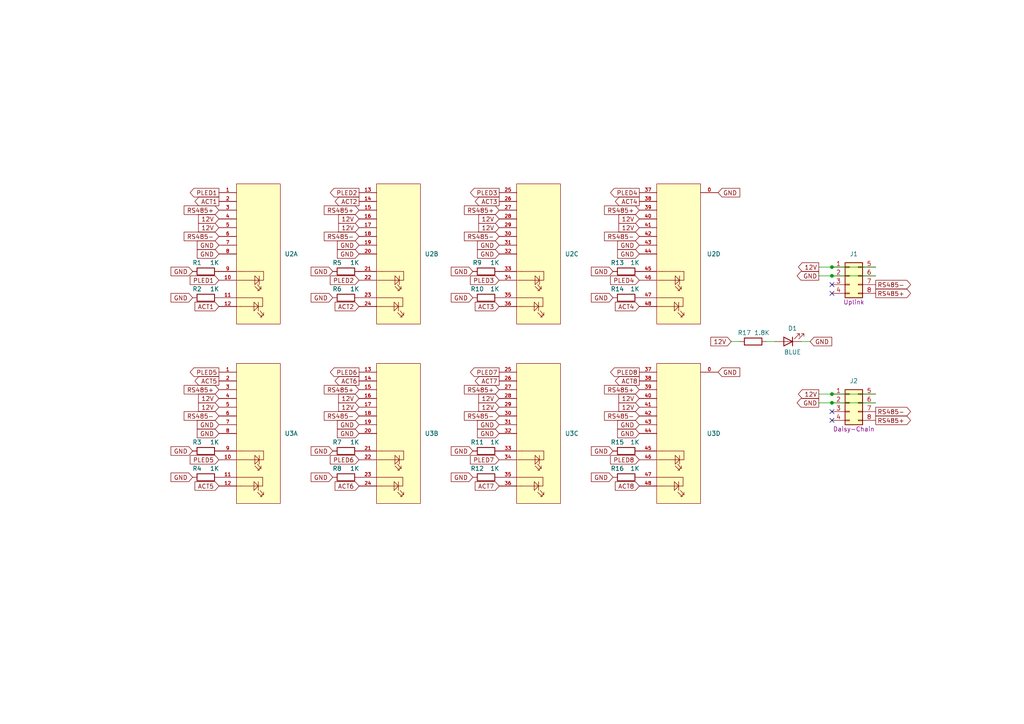
<source format=kicad_sch>
(kicad_sch (version 20211123) (generator eeschema)
  (paper "A4")
  (lib_symbols
    (symbol "A10:RJ45-B-1*4" (pin_names hide)
      (property "Reference" "U" (at -6.35 20.32 0))
      (symbol "RJ45-B-1*4_1_0"
        (rectangle (start -6.35 17.78) (end 6.35 -22.86) (fill (type background)))
        (polyline (pts (xy -6.35 -17.78) (xy -5.08 -17.78)))
        (polyline (pts (xy -6.35 -15.24) (xy -5.08 -15.24)))
        (polyline (pts (xy -6.096 -10.16) (xy -4.826 -10.16)))
        (polyline (pts (xy -6.096 -7.62) (xy -4.826 -7.62)))
        (polyline (pts (xy -5.08 -17.78) (xy 1.27 -17.78)))
        (polyline (pts (xy -4.826 -10.16) (xy 1.524 -10.16)))
        (polyline (pts (xy -1.27 -19.05) (xy 0 -17.78)))
        (polyline (pts (xy -1.27 -16.51) (xy -1.27 -19.05)))
        (polyline (pts (xy -1.016 -11.938) (xy 0.254 -13.208)))
        (polyline (pts (xy -1.016 -11.43) (xy 0.254 -10.16)))
        (polyline (pts (xy -1.016 -8.89) (xy -1.016 -11.43)))
        (polyline (pts (xy -0.254 -19.558) (xy 1.016 -20.828)))
        (polyline (pts (xy -0.254 -11.43) (xy 0.762 -12.7)))
        (polyline (pts (xy 0 -17.78) (xy -1.27 -16.51)))
        (polyline (pts (xy 0 -16.51) (xy 0 -19.05)))
        (polyline (pts (xy 0.254 -13.208) (xy -0.254 -13.208)))
        (polyline (pts (xy 0.254 -13.208) (xy 0.254 -12.7)))
        (polyline (pts (xy 0.254 -10.16) (xy -1.016 -8.89)))
        (polyline (pts (xy 0.254 -8.89) (xy 0.254 -11.43)))
        (polyline (pts (xy 0.508 -19.05) (xy 1.524 -20.32)))
        (polyline (pts (xy 0.762 -12.7) (xy 0.254 -12.7)))
        (polyline (pts (xy 0.762 -12.7) (xy 0.762 -11.938)))
        (polyline (pts (xy 1.016 -20.828) (xy 0.508 -20.828)))
        (polyline (pts (xy 1.016 -20.828) (xy 1.016 -20.32)))
        (polyline (pts (xy 1.27 -17.78) (xy 1.27 -15.24)))
        (polyline (pts (xy 1.27 -15.24) (xy -5.08 -15.24)))
        (polyline (pts (xy 1.524 -20.32) (xy 1.016 -20.32)))
        (polyline (pts (xy 1.524 -20.32) (xy 1.524 -19.558)))
        (polyline (pts (xy 1.524 -10.16) (xy 1.524 -7.62)))
        (polyline (pts (xy 1.524 -7.62) (xy -4.826 -7.62)))
        (pin bidirectional line (at -11.43 15.24 0) (length 5.08) (name "1") (number "1"))
        (pin power_in line (at -11.43 -10.16 0) (length 5.08) (name "10") (number "10"))
        (pin power_in line (at -11.43 -15.24 0) (length 5.08) (name "11") (number "11"))
        (pin power_in line (at -11.43 -17.78 0) (length 5.08) (name "12") (number "12"))
        (pin bidirectional line (at -11.43 12.7 0) (length 5.08) (name "2") (number "2"))
        (pin bidirectional line (at -11.43 10.16 0) (length 5.08) (name "3") (number "3"))
        (pin bidirectional line (at -11.43 7.62 0) (length 5.08) (name "4") (number "4"))
        (pin bidirectional line (at -11.43 5.08 0) (length 5.08) (name "5") (number "5"))
        (pin bidirectional line (at -11.43 2.54 0) (length 5.08) (name "6") (number "6"))
        (pin bidirectional line (at -11.43 0 0) (length 5.08) (name "7") (number "7"))
        (pin bidirectional line (at -11.43 -2.54 0) (length 5.08) (name "8") (number "8"))
        (pin power_in line (at -11.43 -7.62 0) (length 5.08) (name "9") (number "9"))
      )
      (symbol "RJ45-B-1*4_2_0"
        (rectangle (start -6.35 17.78) (end 6.35 -22.86) (fill (type background)))
        (polyline (pts (xy -6.35 -17.78) (xy -5.08 -17.78)))
        (polyline (pts (xy -6.35 -15.24) (xy -5.08 -15.24)))
        (polyline (pts (xy -6.096 -10.16) (xy -4.826 -10.16)))
        (polyline (pts (xy -6.096 -7.62) (xy -4.826 -7.62)))
        (polyline (pts (xy -5.08 -17.78) (xy 1.27 -17.78)))
        (polyline (pts (xy -4.826 -10.16) (xy 1.524 -10.16)))
        (polyline (pts (xy -1.27 -19.05) (xy 0 -17.78)))
        (polyline (pts (xy -1.27 -16.51) (xy -1.27 -19.05)))
        (polyline (pts (xy -1.016 -11.938) (xy 0.254 -13.208)))
        (polyline (pts (xy -1.016 -11.43) (xy 0.254 -10.16)))
        (polyline (pts (xy -1.016 -8.89) (xy -1.016 -11.43)))
        (polyline (pts (xy -0.254 -19.558) (xy 1.016 -20.828)))
        (polyline (pts (xy -0.254 -11.43) (xy 0.762 -12.7)))
        (polyline (pts (xy 0 -17.78) (xy -1.27 -16.51)))
        (polyline (pts (xy 0 -16.51) (xy 0 -19.05)))
        (polyline (pts (xy 0.254 -13.208) (xy -0.254 -13.208)))
        (polyline (pts (xy 0.254 -13.208) (xy 0.254 -12.7)))
        (polyline (pts (xy 0.254 -10.16) (xy -1.016 -8.89)))
        (polyline (pts (xy 0.254 -8.89) (xy 0.254 -11.43)))
        (polyline (pts (xy 0.508 -19.05) (xy 1.524 -20.32)))
        (polyline (pts (xy 0.762 -12.7) (xy 0.254 -12.7)))
        (polyline (pts (xy 0.762 -12.7) (xy 0.762 -11.938)))
        (polyline (pts (xy 1.016 -20.828) (xy 0.508 -20.828)))
        (polyline (pts (xy 1.016 -20.828) (xy 1.016 -20.32)))
        (polyline (pts (xy 1.27 -17.78) (xy 1.27 -15.24)))
        (polyline (pts (xy 1.27 -15.24) (xy -5.08 -15.24)))
        (polyline (pts (xy 1.524 -20.32) (xy 1.016 -20.32)))
        (polyline (pts (xy 1.524 -20.32) (xy 1.524 -19.558)))
        (polyline (pts (xy 1.524 -10.16) (xy 1.524 -7.62)))
        (polyline (pts (xy 1.524 -7.62) (xy -4.826 -7.62)))
        (pin bidirectional line (at -11.43 15.24 0) (length 5.08) (name "13") (number "13"))
        (pin bidirectional line (at -11.43 12.7 0) (length 5.08) (name "14") (number "14"))
        (pin bidirectional line (at -11.43 10.16 0) (length 5.08) (name "15") (number "15"))
        (pin bidirectional line (at -11.43 7.62 0) (length 5.08) (name "16") (number "16"))
        (pin bidirectional line (at -11.43 5.08 0) (length 5.08) (name "17") (number "17"))
        (pin bidirectional line (at -11.43 2.54 0) (length 5.08) (name "18") (number "18"))
        (pin bidirectional line (at -11.43 0 0) (length 5.08) (name "19") (number "19"))
        (pin bidirectional line (at -11.43 -2.54 0) (length 5.08) (name "20") (number "20"))
        (pin power_in line (at -11.43 -7.62 0) (length 5.08) (name "21") (number "21"))
        (pin power_in line (at -11.43 -10.16 0) (length 5.08) (name "22") (number "22"))
        (pin power_in line (at -11.43 -15.24 0) (length 5.08) (name "23") (number "23"))
        (pin power_in line (at -11.43 -17.78 0) (length 5.08) (name "24") (number "24"))
      )
      (symbol "RJ45-B-1*4_3_0"
        (rectangle (start -6.35 17.78) (end 6.35 -22.86) (fill (type background)))
        (polyline (pts (xy -6.35 -17.78) (xy -5.08 -17.78)))
        (polyline (pts (xy -6.35 -15.24) (xy -5.08 -15.24)))
        (polyline (pts (xy -6.096 -10.16) (xy -4.826 -10.16)))
        (polyline (pts (xy -6.096 -7.62) (xy -4.826 -7.62)))
        (polyline (pts (xy -5.08 -17.78) (xy 1.27 -17.78)))
        (polyline (pts (xy -4.826 -10.16) (xy 1.524 -10.16)))
        (polyline (pts (xy -1.27 -19.05) (xy 0 -17.78)))
        (polyline (pts (xy -1.27 -16.51) (xy -1.27 -19.05)))
        (polyline (pts (xy -1.016 -11.938) (xy 0.254 -13.208)))
        (polyline (pts (xy -1.016 -11.43) (xy 0.254 -10.16)))
        (polyline (pts (xy -1.016 -8.89) (xy -1.016 -11.43)))
        (polyline (pts (xy -0.254 -19.558) (xy 1.016 -20.828)))
        (polyline (pts (xy -0.254 -11.43) (xy 0.762 -12.7)))
        (polyline (pts (xy 0 -17.78) (xy -1.27 -16.51)))
        (polyline (pts (xy 0 -16.51) (xy 0 -19.05)))
        (polyline (pts (xy 0.254 -13.208) (xy -0.254 -13.208)))
        (polyline (pts (xy 0.254 -13.208) (xy 0.254 -12.7)))
        (polyline (pts (xy 0.254 -10.16) (xy -1.016 -8.89)))
        (polyline (pts (xy 0.254 -8.89) (xy 0.254 -11.43)))
        (polyline (pts (xy 0.508 -19.05) (xy 1.524 -20.32)))
        (polyline (pts (xy 0.762 -12.7) (xy 0.254 -12.7)))
        (polyline (pts (xy 0.762 -12.7) (xy 0.762 -11.938)))
        (polyline (pts (xy 1.016 -20.828) (xy 0.508 -20.828)))
        (polyline (pts (xy 1.016 -20.828) (xy 1.016 -20.32)))
        (polyline (pts (xy 1.27 -17.78) (xy 1.27 -15.24)))
        (polyline (pts (xy 1.27 -15.24) (xy -5.08 -15.24)))
        (polyline (pts (xy 1.524 -20.32) (xy 1.016 -20.32)))
        (polyline (pts (xy 1.524 -20.32) (xy 1.524 -19.558)))
        (polyline (pts (xy 1.524 -10.16) (xy 1.524 -7.62)))
        (polyline (pts (xy 1.524 -7.62) (xy -4.826 -7.62)))
        (pin bidirectional line (at -11.43 15.24 0) (length 5.08) (name "25") (number "25"))
        (pin bidirectional line (at -11.43 12.7 0) (length 5.08) (name "26") (number "26"))
        (pin bidirectional line (at -11.43 10.16 0) (length 5.08) (name "27") (number "27"))
        (pin bidirectional line (at -11.43 7.62 0) (length 5.08) (name "28") (number "28"))
        (pin bidirectional line (at -11.43 5.08 0) (length 5.08) (name "29") (number "29"))
        (pin bidirectional line (at -11.43 2.54 0) (length 5.08) (name "30") (number "30"))
        (pin bidirectional line (at -11.43 0 0) (length 5.08) (name "31") (number "31"))
        (pin bidirectional line (at -11.43 -2.54 0) (length 5.08) (name "32") (number "32"))
        (pin power_in line (at -11.43 -7.62 0) (length 5.08) (name "33") (number "33"))
        (pin power_in line (at -11.43 -10.16 0) (length 5.08) (name "34") (number "34"))
        (pin power_in line (at -11.43 -15.24 0) (length 5.08) (name "35") (number "35"))
        (pin power_in line (at -11.43 -17.78 0) (length 5.08) (name "36") (number "36"))
      )
      (symbol "RJ45-B-1*4_4_0"
        (rectangle (start -6.35 17.78) (end 6.35 -22.86) (fill (type background)))
        (polyline (pts (xy -6.35 -17.78) (xy -5.08 -17.78)))
        (polyline (pts (xy -6.35 -15.24) (xy -5.08 -15.24)))
        (polyline (pts (xy -6.096 -10.16) (xy -4.826 -10.16)))
        (polyline (pts (xy -6.096 -7.62) (xy -4.826 -7.62)))
        (polyline (pts (xy -5.08 -17.78) (xy 1.27 -17.78)))
        (polyline (pts (xy -4.826 -10.16) (xy 1.524 -10.16)))
        (polyline (pts (xy -1.27 -19.05) (xy 0 -17.78)))
        (polyline (pts (xy -1.27 -16.51) (xy -1.27 -19.05)))
        (polyline (pts (xy -1.016 -11.938) (xy 0.254 -13.208)))
        (polyline (pts (xy -1.016 -11.43) (xy 0.254 -10.16)))
        (polyline (pts (xy -1.016 -8.89) (xy -1.016 -11.43)))
        (polyline (pts (xy -0.254 -19.558) (xy 1.016 -20.828)))
        (polyline (pts (xy -0.254 -11.43) (xy 0.762 -12.7)))
        (polyline (pts (xy 0 -17.78) (xy -1.27 -16.51)))
        (polyline (pts (xy 0 -16.51) (xy 0 -19.05)))
        (polyline (pts (xy 0.254 -13.208) (xy -0.254 -13.208)))
        (polyline (pts (xy 0.254 -13.208) (xy 0.254 -12.7)))
        (polyline (pts (xy 0.254 -10.16) (xy -1.016 -8.89)))
        (polyline (pts (xy 0.254 -8.89) (xy 0.254 -11.43)))
        (polyline (pts (xy 0.508 -19.05) (xy 1.524 -20.32)))
        (polyline (pts (xy 0.762 -12.7) (xy 0.254 -12.7)))
        (polyline (pts (xy 0.762 -12.7) (xy 0.762 -11.938)))
        (polyline (pts (xy 1.016 -20.828) (xy 0.508 -20.828)))
        (polyline (pts (xy 1.016 -20.828) (xy 1.016 -20.32)))
        (polyline (pts (xy 1.27 -17.78) (xy 1.27 -15.24)))
        (polyline (pts (xy 1.27 -15.24) (xy -5.08 -15.24)))
        (polyline (pts (xy 1.524 -20.32) (xy 1.016 -20.32)))
        (polyline (pts (xy 1.524 -20.32) (xy 1.524 -19.558)))
        (polyline (pts (xy 1.524 -10.16) (xy 1.524 -7.62)))
        (polyline (pts (xy 1.524 -7.62) (xy -4.826 -7.62)))
        (pin passive line (at 11.43 15.24 180) (length 5.08) (name "0") (number "0"))
        (pin bidirectional line (at -11.43 15.24 0) (length 5.08) (name "37") (number "37"))
        (pin bidirectional line (at -11.43 12.7 0) (length 5.08) (name "38") (number "38"))
        (pin bidirectional line (at -11.43 10.16 0) (length 5.08) (name "39") (number "39"))
        (pin bidirectional line (at -11.43 7.62 0) (length 5.08) (name "40") (number "40"))
        (pin bidirectional line (at -11.43 5.08 0) (length 5.08) (name "41") (number "41"))
        (pin bidirectional line (at -11.43 2.54 0) (length 5.08) (name "42") (number "42"))
        (pin bidirectional line (at -11.43 0 0) (length 5.08) (name "43") (number "43"))
        (pin bidirectional line (at -11.43 -2.54 0) (length 5.08) (name "44") (number "44"))
        (pin power_in line (at -11.43 -7.62 0) (length 5.08) (name "45") (number "45"))
        (pin power_in line (at -11.43 -10.16 0) (length 5.08) (name "46") (number "46"))
        (pin power_in line (at -11.43 -15.24 0) (length 5.08) (name "47") (number "47"))
        (pin power_in line (at -11.43 -17.78 0) (length 5.08) (name "48") (number "48"))
      )
    )
    (symbol "Connector_Generic:Conn_02x04_Top_Bottom" (pin_names (offset 1.016) hide)
      (property "Reference" "J" (at 1.27 5.08 0))
      (property "Value" "Conn_02x04_Top_Bottom" (at 1.27 -7.62 0))
      (symbol "Conn_02x04_Top_Bottom_1_1"
        (rectangle (start -1.27 -4.953) (end 0 -5.207) (stroke (width 0.1524)))
        (rectangle (start -1.27 -2.413) (end 0 -2.667) (stroke (width 0.1524)))
        (rectangle (start -1.27 0.127) (end 0 -0.127) (stroke (width 0.1524)))
        (rectangle (start -1.27 2.667) (end 0 2.413) (stroke (width 0.1524)))
        (rectangle (start -1.27 3.81) (end 3.81 -6.35) (stroke (width 0.254)) (fill (type background)))
        (rectangle (start 3.81 -4.953) (end 2.54 -5.207) (stroke (width 0.1524)))
        (rectangle (start 3.81 -2.413) (end 2.54 -2.667) (stroke (width 0.1524)))
        (rectangle (start 3.81 0.127) (end 2.54 -0.127) (stroke (width 0.1524)))
        (rectangle (start 3.81 2.667) (end 2.54 2.413) (stroke (width 0.1524)))
        (pin passive line (at -5.08 2.54 0) (length 3.81) (name "Pin_1") (number "1"))
        (pin passive line (at -5.08 0 0) (length 3.81) (name "Pin_2") (number "2"))
        (pin passive line (at -5.08 -2.54 0) (length 3.81) (name "Pin_3") (number "3"))
        (pin passive line (at -5.08 -5.08 0) (length 3.81) (name "Pin_4") (number "4"))
        (pin passive line (at 7.62 2.54 180) (length 3.81) (name "Pin_5") (number "5"))
        (pin passive line (at 7.62 0 180) (length 3.81) (name "Pin_6") (number "6"))
        (pin passive line (at 7.62 -2.54 180) (length 3.81) (name "Pin_7") (number "7"))
        (pin passive line (at 7.62 -5.08 180) (length 3.81) (name "Pin_8") (number "8"))
      )
    )
    (symbol "Device:LED" (pin_numbers hide) (pin_names (offset 1.016) hide)
      (property "Reference" "D" (at 0 2.54 0))
      (property "Value" "LED" (at 0 -2.54 0))
      (symbol "LED_0_1"
        (polyline (pts (xy -1.27 -1.27) (xy -1.27 1.27)) (stroke (width 0.254)))
        (polyline (pts (xy -1.27 0) (xy 1.27 0)))
        (polyline (pts (xy 1.27 -1.27) (xy 1.27 1.27) (xy -1.27 0) (xy 1.27 -1.27)) (stroke (width 0.254)))
        (polyline (pts (xy -3.048 -0.762) (xy -4.572 -2.286) (xy -3.81 -2.286) (xy -4.572 -2.286) (xy -4.572 -1.524)))
        (polyline (pts (xy -1.778 -0.762) (xy -3.302 -2.286) (xy -2.54 -2.286) (xy -3.302 -2.286) (xy -3.302 -1.524)))
      )
      (symbol "LED_1_1"
        (pin passive line (at -3.81 0 0) (length 2.54) (name "K") (number "1"))
        (pin passive line (at 3.81 0 180) (length 2.54) (name "A") (number "2"))
      )
    )
    (symbol "Device:R" (pin_numbers hide) (pin_names (offset 0))
      (property "Reference" "R" (at 2.032 0 90))
      (property "Value" "R" (at 0 0 90))
      (symbol "R_0_1"
        (rectangle (start -1.016 -2.54) (end 1.016 2.54) (stroke (width 0.254)))
      )
      (symbol "R_1_1"
        (pin passive line (at 0 3.81 270) (length 1.27) (name "~") (number "1"))
        (pin passive line (at 0 -3.81 90) (length 1.27) (name "~") (number "2"))
      )
    )
  )
  (junction (at 241.3 77.47))
  (junction (at 241.3 114.3))
  (junction (at 241.3 80.01))
  (junction (at 241.3 116.84))
  (no_connect (at 241.3 119.38))
  (no_connect (at 241.3 82.55))
  (no_connect (at 241.3 121.92))
  (no_connect (at 241.3 85.09))
  (wire (pts (xy 241.3 77.47) (xy 254 77.47)))
  (wire (pts (xy 237.49 77.47) (xy 241.3 77.47)))
  (wire (pts (xy 237.49 114.3) (xy 241.3 114.3)))
  (wire (pts (xy 212.09 99.06) (xy 214.63 99.06)))
  (wire (pts (xy 232.41 99.06) (xy 234.95 99.06)))
  (wire (pts (xy 222.25 99.06) (xy 224.79 99.06)))
  (wire (pts (xy 241.3 116.84) (xy 254 116.84)))
  (wire (pts (xy 241.3 80.01) (xy 254 80.01)))
  (wire (pts (xy 241.3 114.3) (xy 254 114.3)))
  (wire (pts (xy 237.49 116.84) (xy 241.3 116.84)))
  (wire (pts (xy 237.49 80.01) (xy 241.3 80.01)))
  (global_label "RS485+" (shape input) (at 104.14 113.03 180) (property "Intersheet References" "${INTERSHEET_REFS}" (effects hide)))
  (global_label "12V" (shape input) (at 185.42 118.11 180) (property "Intersheet References" "${INTERSHEET_REFS}" (effects hide)))
  (global_label "12V" (shape input) (at 104.14 118.11 180) (property "Intersheet References" "${INTERSHEET_REFS}" (effects hide)))
  (global_label "GND" (shape input) (at 137.16 78.74 180) (property "Intersheet References" "${INTERSHEET_REFS}" (effects hide)))
  (global_label "12V" (shape input) (at 63.5 63.5 180) (property "Intersheet References" "${INTERSHEET_REFS}" (effects hide)))
  (global_label "RS485+" (shape output) (at 254 85.09 0) (property "Intersheet References" "${INTERSHEET_REFS}" (effects hide)))
  (global_label "12V" (shape input) (at 185.42 115.57 180) (property "Intersheet References" "${INTERSHEET_REFS}" (effects hide)))
  (global_label "GND" (shape input) (at 185.42 125.73 180) (property "Intersheet References" "${INTERSHEET_REFS}" (effects hide)))
  (global_label "ACT7" (shape input) (at 144.78 140.97 180) (property "Intersheet References" "${INTERSHEET_REFS}" (effects hide)))
  (global_label "12V" (shape input) (at 144.78 115.57 180) (property "Intersheet References" "${INTERSHEET_REFS}" (effects hide)))
  (global_label "RS485-" (shape input) (at 144.78 120.65 180) (property "Intersheet References" "${INTERSHEET_REFS}" (effects hide)))
  (global_label "12V" (shape input) (at 185.42 63.5 180) (property "Intersheet References" "${INTERSHEET_REFS}" (effects hide)))
  (global_label "GND" (shape output) (at 237.49 116.84 180) (property "Intersheet References" "${INTERSHEET_REFS}" (effects hide)))
  (global_label "12V" (shape input) (at 63.5 66.04 180) (property "Intersheet References" "${INTERSHEET_REFS}" (effects hide)))
  (global_label "PLED1" (shape output) (at 63.5 55.88 180) (property "Intersheet References" "${INTERSHEET_REFS}" (effects hide)))
  (global_label "GND" (shape input) (at 63.5 71.12 180) (property "Intersheet References" "${INTERSHEET_REFS}" (effects hide)))
  (global_label "RS485-" (shape input) (at 185.42 120.65 180) (property "Intersheet References" "${INTERSHEET_REFS}" (effects hide)))
  (global_label "PLED7" (shape input) (at 144.78 133.35 180) (property "Intersheet References" "${INTERSHEET_REFS}" (effects hide)))
  (global_label "ACT1" (shape output) (at 63.5 58.42 180) (property "Intersheet References" "${INTERSHEET_REFS}" (effects hide)))
  (global_label "12V" (shape input) (at 104.14 115.57 180) (property "Intersheet References" "${INTERSHEET_REFS}" (effects hide)))
  (global_label "GND" (shape input) (at 144.78 123.19 180) (property "Intersheet References" "${INTERSHEET_REFS}" (effects hide)))
  (global_label "GND" (shape input) (at 144.78 73.66 180) (property "Intersheet References" "${INTERSHEET_REFS}" (effects hide)))
  (global_label "GND" (shape input) (at 177.8 130.81 180) (property "Intersheet References" "${INTERSHEET_REFS}" (effects hide)))
  (global_label "RS485-" (shape input) (at 63.5 120.65 180) (property "Intersheet References" "${INTERSHEET_REFS}" (effects hide)))
  (global_label "GND" (shape input) (at 137.16 138.43 180) (property "Intersheet References" "${INTERSHEET_REFS}" (effects hide)))
  (global_label "GND" (shape input) (at 55.88 78.74 180) (property "Intersheet References" "${INTERSHEET_REFS}" (effects hide)))
  (global_label "GND" (shape input) (at 55.88 138.43 180) (property "Intersheet References" "${INTERSHEET_REFS}" (effects hide)))
  (global_label "GND" (shape input) (at 177.8 78.74 180) (property "Intersheet References" "${INTERSHEET_REFS}" (effects hide)))
  (global_label "PLED7" (shape output) (at 144.78 107.95 180) (property "Intersheet References" "${INTERSHEET_REFS}" (effects hide)))
  (global_label "GND" (shape input) (at 96.52 78.74 180) (property "Intersheet References" "${INTERSHEET_REFS}" (effects hide)))
  (global_label "RS485+" (shape input) (at 144.78 60.96 180) (property "Intersheet References" "${INTERSHEET_REFS}" (effects hide)))
  (global_label "GND" (shape input) (at 63.5 123.19 180) (property "Intersheet References" "${INTERSHEET_REFS}" (effects hide)))
  (global_label "ACT3" (shape input) (at 144.78 88.9 180) (property "Intersheet References" "${INTERSHEET_REFS}" (effects hide)))
  (global_label "ACT3" (shape output) (at 144.78 58.42 180) (property "Intersheet References" "${INTERSHEET_REFS}" (effects hide)))
  (global_label "ACT7" (shape output) (at 144.78 110.49 180) (property "Intersheet References" "${INTERSHEET_REFS}" (effects hide)))
  (global_label "ACT2" (shape output) (at 104.14 58.42 180) (property "Intersheet References" "${INTERSHEET_REFS}" (effects hide)))
  (global_label "GND" (shape input) (at 55.88 86.36 180) (property "Intersheet References" "${INTERSHEET_REFS}" (effects hide)))
  (global_label "GND" (shape input) (at 63.5 73.66 180) (property "Intersheet References" "${INTERSHEET_REFS}" (effects hide)))
  (global_label "ACT8" (shape output) (at 185.42 110.49 180) (property "Intersheet References" "${INTERSHEET_REFS}" (effects hide)))
  (global_label "PLED8" (shape output) (at 185.42 107.95 180) (property "Intersheet References" "${INTERSHEET_REFS}" (effects hide)))
  (global_label "GND" (shape input) (at 208.28 107.95 0) (property "Intersheet References" "${INTERSHEET_REFS}" (effects hide)))
  (global_label "12V" (shape output) (at 237.49 114.3 180) (property "Intersheet References" "${INTERSHEET_REFS}" (effects hide)))
  (global_label "ACT6" (shape input) (at 104.14 140.97 180) (property "Intersheet References" "${INTERSHEET_REFS}" (effects hide)))
  (global_label "12V" (shape input) (at 144.78 63.5 180) (property "Intersheet References" "${INTERSHEET_REFS}" (effects hide)))
  (global_label "GND" (shape input) (at 137.16 86.36 180) (property "Intersheet References" "${INTERSHEET_REFS}" (effects hide)))
  (global_label "RS485+" (shape input) (at 63.5 113.03 180) (property "Intersheet References" "${INTERSHEET_REFS}" (effects hide)))
  (global_label "GND" (shape input) (at 96.52 86.36 180) (property "Intersheet References" "${INTERSHEET_REFS}" (effects hide)))
  (global_label "ACT5" (shape input) (at 63.5 140.97 180) (property "Intersheet References" "${INTERSHEET_REFS}" (effects hide)))
  (global_label "PLED6" (shape input) (at 104.14 133.35 180) (property "Intersheet References" "${INTERSHEET_REFS}" (effects hide)))
  (global_label "PLED1" (shape input) (at 63.5 81.28 180) (property "Intersheet References" "${INTERSHEET_REFS}" (effects hide)))
  (global_label "GND" (shape input) (at 208.28 55.88 0) (property "Intersheet References" "${INTERSHEET_REFS}" (effects hide)))
  (global_label "12V" (shape input) (at 104.14 66.04 180) (property "Intersheet References" "${INTERSHEET_REFS}" (effects hide)))
  (global_label "PLED3" (shape input) (at 144.78 81.28 180) (property "Intersheet References" "${INTERSHEET_REFS}" (effects hide)))
  (global_label "RS485+" (shape input) (at 104.14 60.96 180) (property "Intersheet References" "${INTERSHEET_REFS}" (effects hide)))
  (global_label "ACT5" (shape output) (at 63.5 110.49 180) (property "Intersheet References" "${INTERSHEET_REFS}" (effects hide)))
  (global_label "PLED5" (shape input) (at 63.5 133.35 180) (property "Intersheet References" "${INTERSHEET_REFS}" (effects hide)))
  (global_label "RS485-" (shape output) (at 254 119.38 0) (property "Intersheet References" "${INTERSHEET_REFS}" (effects hide)))
  (global_label "PLED3" (shape output) (at 144.78 55.88 180) (property "Intersheet References" "${INTERSHEET_REFS}" (effects hide)))
  (global_label "GND" (shape input) (at 177.8 86.36 180) (property "Intersheet References" "${INTERSHEET_REFS}" (effects hide)))
  (global_label "GND" (shape input) (at 144.78 125.73 180) (property "Intersheet References" "${INTERSHEET_REFS}" (effects hide)))
  (global_label "RS485-" (shape input) (at 185.42 68.58 180) (property "Intersheet References" "${INTERSHEET_REFS}" (effects hide)))
  (global_label "RS485+" (shape input) (at 185.42 60.96 180) (property "Intersheet References" "${INTERSHEET_REFS}" (effects hide)))
  (global_label "GND" (shape input) (at 185.42 123.19 180) (property "Intersheet References" "${INTERSHEET_REFS}" (effects hide)))
  (global_label "PLED2" (shape input) (at 104.14 81.28 180) (property "Intersheet References" "${INTERSHEET_REFS}" (effects hide)))
  (global_label "GND" (shape input) (at 96.52 130.81 180) (property "Intersheet References" "${INTERSHEET_REFS}" (effects hide)))
  (global_label "12V" (shape input) (at 63.5 115.57 180) (property "Intersheet References" "${INTERSHEET_REFS}" (effects hide)))
  (global_label "GND" (shape input) (at 234.95 99.06 0) (property "Intersheet References" "${INTERSHEET_REFS}" (effects hide)))
  (global_label "ACT4" (shape output) (at 185.42 58.42 180) (property "Intersheet References" "${INTERSHEET_REFS}" (effects hide)))
  (global_label "ACT4" (shape input) (at 185.42 88.9 180) (property "Intersheet References" "${INTERSHEET_REFS}" (effects hide)))
  (global_label "PLED2" (shape output) (at 104.14 55.88 180) (property "Intersheet References" "${INTERSHEET_REFS}" (effects hide)))
  (global_label "12V" (shape output) (at 237.49 77.47 180) (property "Intersheet References" "${INTERSHEET_REFS}" (effects hide)))
  (global_label "12V" (shape input) (at 144.78 66.04 180) (property "Intersheet References" "${INTERSHEET_REFS}" (effects hide)))
  (global_label "PLED4" (shape input) (at 185.42 81.28 180) (property "Intersheet References" "${INTERSHEET_REFS}" (effects hide)))
  (global_label "GND" (shape input) (at 177.8 138.43 180) (property "Intersheet References" "${INTERSHEET_REFS}" (effects hide)))
  (global_label "GND" (shape input) (at 55.88 130.81 180) (property "Intersheet References" "${INTERSHEET_REFS}" (effects hide)))
  (global_label "ACT2" (shape input) (at 104.14 88.9 180) (property "Intersheet References" "${INTERSHEET_REFS}" (effects hide)))
  (global_label "PLED4" (shape output) (at 185.42 55.88 180) (property "Intersheet References" "${INTERSHEET_REFS}" (effects hide)))
  (global_label "RS485+" (shape output) (at 254 121.92 0) (property "Intersheet References" "${INTERSHEET_REFS}" (effects hide)))
  (global_label "GND" (shape input) (at 104.14 123.19 180) (property "Intersheet References" "${INTERSHEET_REFS}" (effects hide)))
  (global_label "RS485-" (shape output) (at 254 82.55 0) (property "Intersheet References" "${INTERSHEET_REFS}" (effects hide)))
  (global_label "GND" (shape input) (at 104.14 71.12 180) (property "Intersheet References" "${INTERSHEET_REFS}" (effects hide)))
  (global_label "ACT8" (shape input) (at 185.42 140.97 180) (property "Intersheet References" "${INTERSHEET_REFS}" (effects hide)))
  (global_label "PLED8" (shape input) (at 185.42 133.35 180) (property "Intersheet References" "${INTERSHEET_REFS}" (effects hide)))
  (global_label "12V" (shape input) (at 185.42 66.04 180) (property "Intersheet References" "${INTERSHEET_REFS}" (effects hide)))
  (global_label "GND" (shape input) (at 104.14 73.66 180) (property "Intersheet References" "${INTERSHEET_REFS}" (effects hide)))
  (global_label "RS485-" (shape input) (at 144.78 68.58 180) (property "Intersheet References" "${INTERSHEET_REFS}" (effects hide)))
  (global_label "RS485+" (shape input) (at 144.78 113.03 180) (property "Intersheet References" "${INTERSHEET_REFS}" (effects hide)))
  (global_label "12V" (shape input) (at 144.78 118.11 180) (property "Intersheet References" "${INTERSHEET_REFS}" (effects hide)))
  (global_label "PLED5" (shape output) (at 63.5 107.95 180) (property "Intersheet References" "${INTERSHEET_REFS}" (effects hide)))
  (global_label "GND" (shape input) (at 63.5 125.73 180) (property "Intersheet References" "${INTERSHEET_REFS}" (effects hide)))
  (global_label "ACT1" (shape input) (at 63.5 88.9 180) (property "Intersheet References" "${INTERSHEET_REFS}" (effects hide)))
  (global_label "12V" (shape input) (at 104.14 63.5 180) (property "Intersheet References" "${INTERSHEET_REFS}" (effects hide)))
  (global_label "PLED6" (shape output) (at 104.14 107.95 180) (property "Intersheet References" "${INTERSHEET_REFS}" (effects hide)))
  (global_label "GND" (shape output) (at 237.49 80.01 180) (property "Intersheet References" "${INTERSHEET_REFS}" (effects hide)))
  (global_label "12V" (shape input) (at 63.5 118.11 180) (property "Intersheet References" "${INTERSHEET_REFS}" (effects hide)))
  (global_label "GND" (shape input) (at 185.42 73.66 180) (property "Intersheet References" "${INTERSHEET_REFS}" (effects hide)))
  (global_label "RS485+" (shape input) (at 185.42 113.03 180) (property "Intersheet References" "${INTERSHEET_REFS}" (effects hide)))
  (global_label "GND" (shape input) (at 137.16 130.81 180) (property "Intersheet References" "${INTERSHEET_REFS}" (effects hide)))
  (global_label "GND" (shape input) (at 104.14 125.73 180) (property "Intersheet References" "${INTERSHEET_REFS}" (effects hide)))
  (global_label "GND" (shape input) (at 144.78 71.12 180) (property "Intersheet References" "${INTERSHEET_REFS}" (effects hide)))
  (global_label "RS485-" (shape input) (at 104.14 120.65 180) (property "Intersheet References" "${INTERSHEET_REFS}" (effects hide)))
  (global_label "RS485-" (shape input) (at 104.14 68.58 180) (property "Intersheet References" "${INTERSHEET_REFS}" (effects hide)))
  (global_label "GND" (shape input) (at 96.52 138.43 180) (property "Intersheet References" "${INTERSHEET_REFS}" (effects hide)))
  (global_label "GND" (shape input) (at 185.42 71.12 180) (property "Intersheet References" "${INTERSHEET_REFS}" (effects hide)))
  (global_label "RS485-" (shape input) (at 63.5 68.58 180) (property "Intersheet References" "${INTERSHEET_REFS}" (effects hide)))
  (global_label "ACT6" (shape output) (at 104.14 110.49 180) (property "Intersheet References" "${INTERSHEET_REFS}" (effects hide)))
  (global_label "RS485+" (shape input) (at 63.5 60.96 180) (property "Intersheet References" "${INTERSHEET_REFS}" (effects hide)))
  (global_label "12V" (shape input) (at 212.09 99.06 180) (property "Intersheet References" "${INTERSHEET_REFS}" (effects hide)))
  (symbol (lib_id "Device:R") (at 181.61 86.36 90) (unit 1)
    (property "Reference" "R14" (at 179.07 83.82 90))
    (property "Value" "1K" (at 184.15 83.82 90))
    (property "Footprint" "A10 KiCad Libraries:R0805" (effects hide))
    (property "LCSC" "C17513" (effects hide))
  )
  (symbol (lib_id "A10:RJ45-B-1*4") (at 74.93 71.12 0) (unit 1)
    (property "Reference" "U2" (at 82.55 73.6599 0) (effects (justify left)))
    (property "Value" "RJ45-B-1*4" (effects hide))
    (property "Footprint" "A10 KiCad Libraries:RJ45-TH_B-1-4" (effects hide))
    (property "Datasheet" "https://item.szlcsc.com/149708.html" (effects hide))
    (property "LCSC" "C138390" (effects hide))
  )
  (symbol (lib_id "Connector_Generic:Conn_02x04_Top_Bottom") (at 246.38 80.01 0) (unit 1) (in_bom no)
    (property "Reference" "J1" (at 247.65 73.66 0))
    (property "Value" "Conn_02x04_Top_Bottom" (effects hide))
    (property "Footprint" "A10 KiCad Libraries:Molex Micro-Fit 3.0 43045-0800" (effects hide))
    (property "Field4" "Uplink" (at 247.65 87.63 0))
    (property "LCSC" "C234189" (effects hide))
  )
  (symbol (lib_id "Device:R") (at 100.33 138.43 90) (unit 1)
    (property "Reference" "R8" (at 97.79 135.89 90))
    (property "Value" "1K" (at 102.87 135.89 90))
    (property "Footprint" "A10 KiCad Libraries:R0805" (effects hide))
    (property "LCSC" "C17513" (effects hide))
  )
  (symbol (lib_id "Device:R") (at 100.33 86.36 90) (unit 1)
    (property "Reference" "R6" (at 97.79 83.82 90))
    (property "Value" "1K" (at 102.87 83.82 90))
    (property "Footprint" "A10 KiCad Libraries:R0805" (effects hide))
    (property "LCSC" "C17513" (effects hide))
  )
  (symbol (lib_id "A10:RJ45-B-1*4") (at 115.57 71.12 0) (unit 2)
    (property "Reference" "U2" (at 123.19 73.6599 0) (effects (justify left)))
    (property "Value" "RJ45-B-1*4" (effects hide))
    (property "Footprint" "A10 KiCad Libraries:RJ45-TH_B-1-4" (effects hide))
    (property "Datasheet" "https://item.szlcsc.com/149708.html" (effects hide))
    (property "LCSC" "C138390" (effects hide))
  )
  (symbol (lib_id "Device:R") (at 181.61 78.74 90) (unit 1)
    (property "Reference" "R13" (at 179.07 76.2 90))
    (property "Value" "1K" (at 184.15 76.2 90))
    (property "Footprint" "A10 KiCad Libraries:R0805" (effects hide))
    (property "LCSC" "C17513" (effects hide))
  )
  (symbol (lib_id "Device:R") (at 59.69 130.81 90) (unit 1)
    (property "Reference" "R3" (at 57.15 128.27 90))
    (property "Value" "1K" (at 62.23 128.27 90))
    (property "Footprint" "A10 KiCad Libraries:R0805" (effects hide))
    (property "LCSC" "C17513" (effects hide))
  )
  (symbol (lib_id "Device:LED") (at 228.6 99.06 180) (unit 1)
    (property "Reference" "D1" (at 229.87 95.25 0))
    (property "Value" "BLUE" (at 229.87 102.87 0) (effects (justify top)))
    (property "Footprint" "LED_SMD:LED_0603_1608Metric" (effects hide))
    (property "LCSC" "C72041" (effects hide))
  )
  (symbol (lib_id "Device:R") (at 181.61 130.81 90) (unit 1)
    (property "Reference" "R15" (at 179.07 128.27 90))
    (property "Value" "1K" (at 184.15 128.27 90))
    (property "Footprint" "A10 KiCad Libraries:R0805" (effects hide))
    (property "LCSC" "C17513" (effects hide))
  )
  (symbol (lib_id "Device:R") (at 140.97 78.74 90) (unit 1)
    (property "Reference" "R9" (at 138.43 76.2 90))
    (property "Value" "1K" (at 143.51 76.2 90))
    (property "Footprint" "A10 KiCad Libraries:R0805" (effects hide))
    (property "LCSC" "C17513" (effects hide))
  )
  (symbol (lib_id "Device:R") (at 140.97 86.36 90) (unit 1)
    (property "Reference" "R10" (at 138.43 83.82 90))
    (property "Value" "1K" (at 143.51 83.82 90))
    (property "Footprint" "A10 KiCad Libraries:R0805" (effects hide))
    (property "LCSC" "C17513" (effects hide))
  )
  (symbol (lib_id "Device:R") (at 59.69 86.36 90) (unit 1)
    (property "Reference" "R2" (at 57.15 83.82 90))
    (property "Value" "1K" (at 62.23 83.82 90))
    (property "Footprint" "A10 KiCad Libraries:R0805" (effects hide))
    (property "LCSC" "C17513" (effects hide))
  )
  (symbol (lib_id "Device:R") (at 218.44 99.06 90) (unit 1)
    (property "Reference" "R17" (at 215.9 96.52 90))
    (property "Value" "1.8K" (at 220.98 96.52 90))
    (property "Footprint" "A10 KiCad Libraries:R0805" (effects hide))
  )
  (symbol (lib_id "Device:R") (at 59.69 138.43 90) (unit 1)
    (property "Reference" "R4" (at 57.15 135.89 90))
    (property "Value" "1K" (at 62.23 135.89 90))
    (property "Footprint" "A10 KiCad Libraries:R0805" (effects hide))
    (property "LCSC" "C17513" (effects hide))
  )
  (symbol (lib_id "A10:RJ45-B-1*4") (at 156.21 123.19 0) (unit 3)
    (property "Reference" "U3" (at 163.83 125.7299 0) (effects (justify left)))
    (property "Value" "RJ45-B-1*4" (effects hide))
    (property "Footprint" "A10 KiCad Libraries:RJ45-TH_B-1-4" (effects hide))
    (property "Datasheet" "https://item.szlcsc.com/149708.html" (effects hide))
    (property "LCSC" "C138390" (effects hide))
  )
  (symbol (lib_id "Device:R") (at 59.69 78.74 90) (unit 1)
    (property "Reference" "R1" (at 57.15 76.2 90))
    (property "Value" "1K" (at 62.23 76.2 90))
    (property "Footprint" "A10 KiCad Libraries:R0805" (effects hide))
    (property "LCSC" "C17513" (effects hide))
  )
  (symbol (lib_id "A10:RJ45-B-1*4") (at 74.93 123.19 0) (unit 1)
    (property "Reference" "U3" (at 82.55 125.7299 0) (effects (justify left)))
    (property "Value" "RJ45-B-1*4" (effects hide))
    (property "Footprint" "A10 KiCad Libraries:RJ45-TH_B-1-4" (effects hide))
    (property "Datasheet" "https://item.szlcsc.com/149708.html" (effects hide))
    (property "LCSC" "C138390" (effects hide))
  )
  (symbol (lib_id "Device:R") (at 140.97 138.43 90) (unit 1)
    (property "Reference" "R12" (at 138.43 135.89 90))
    (property "Value" "1K" (at 143.51 135.89 90))
    (property "Footprint" "A10 KiCad Libraries:R0805" (effects hide))
    (property "LCSC" "C17513" (effects hide))
  )
  (symbol (lib_id "A10:RJ45-B-1*4") (at 196.85 71.12 0) (unit 4)
    (property "Reference" "U2" (at 207.01 73.66 0))
    (property "Value" "RJ45-B-1*4" (effects hide))
    (property "Footprint" "A10 KiCad Libraries:RJ45-TH_B-1-4" (effects hide))
    (property "Datasheet" "https://item.szlcsc.com/149708.html" (effects hide))
    (property "LCSC" "C138390" (effects hide))
  )
  (symbol (lib_id "A10:RJ45-B-1*4") (at 196.85 123.19 0) (unit 4)
    (property "Reference" "U3" (at 207.01 125.73 0))
    (property "Value" "RJ45-B-1*4" (effects hide))
    (property "Footprint" "A10 KiCad Libraries:RJ45-TH_B-1-4" (effects hide))
    (property "Datasheet" "https://item.szlcsc.com/149708.html" (effects hide))
    (property "LCSC" "C138390" (effects hide))
  )
  (symbol (lib_id "Device:R") (at 100.33 130.81 90) (unit 1)
    (property "Reference" "R7" (at 97.79 128.27 90))
    (property "Value" "1K" (at 102.87 128.27 90))
    (property "Footprint" "A10 KiCad Libraries:R0805" (effects hide))
    (property "LCSC" "C17513" (effects hide))
  )
  (symbol (lib_id "A10:RJ45-B-1*4") (at 115.57 123.19 0) (unit 2)
    (property "Reference" "U3" (at 123.19 125.7299 0) (effects (justify left)))
    (property "Value" "RJ45-B-1*4" (effects hide))
    (property "Footprint" "A10 KiCad Libraries:RJ45-TH_B-1-4" (effects hide))
    (property "Datasheet" "https://item.szlcsc.com/149708.html" (effects hide))
    (property "LCSC" "C138390" (effects hide))
  )
  (symbol (lib_id "Device:R") (at 140.97 130.81 90) (unit 1)
    (property "Reference" "R11" (at 138.43 128.27 90))
    (property "Value" "1K" (at 143.51 128.27 90))
    (property "Footprint" "A10 KiCad Libraries:R0805" (effects hide))
    (property "LCSC" "C17513" (effects hide))
  )
  (symbol (lib_id "Device:R") (at 100.33 78.74 90) (unit 1)
    (property "Reference" "R5" (at 97.79 76.2 90))
    (property "Value" "1K" (at 102.87 76.2 90))
    (property "Footprint" "A10 KiCad Libraries:R0805" (effects hide))
    (property "LCSC" "C17513" (effects hide))
  )
  (symbol (lib_id "Device:R") (at 181.61 138.43 90) (unit 1)
    (property "Reference" "R16" (at 179.07 135.89 90))
    (property "Value" "1K" (at 184.15 135.89 90))
    (property "Footprint" "A10 KiCad Libraries:R0805" (effects hide))
    (property "LCSC" "C17513" (effects hide))
  )
  (symbol (lib_id "Connector_Generic:Conn_02x04_Top_Bottom") (at 246.38 116.84 0) (unit 1) (in_bom no)
    (property "Reference" "J2" (at 247.65 110.49 0))
    (property "Value" "Conn_02x04_Top_Bottom" (effects hide))
    (property "Footprint" "A10 KiCad Libraries:Molex Micro-Fit 3.0 43045-0800" (effects hide))
    (property "Field4" "Daisy-Chain" (at 247.65 124.46 0))
    (property "LCSC" "C234189" (effects hide))
  )
  (symbol (lib_id "A10:RJ45-B-1*4") (at 156.21 71.12 0) (unit 3)
    (property "Reference" "U2" (at 163.83 73.6599 0) (effects (justify left)))
    (property "Value" "RJ45-B-1*4" (effects hide))
    (property "Footprint" "A10 KiCad Libraries:RJ45-TH_B-1-4" (effects hide))
    (property "Datasheet" "https://item.szlcsc.com/149708.html" (effects hide))
    (property "LCSC" "C138390" (effects hide))
  )
)
</source>
